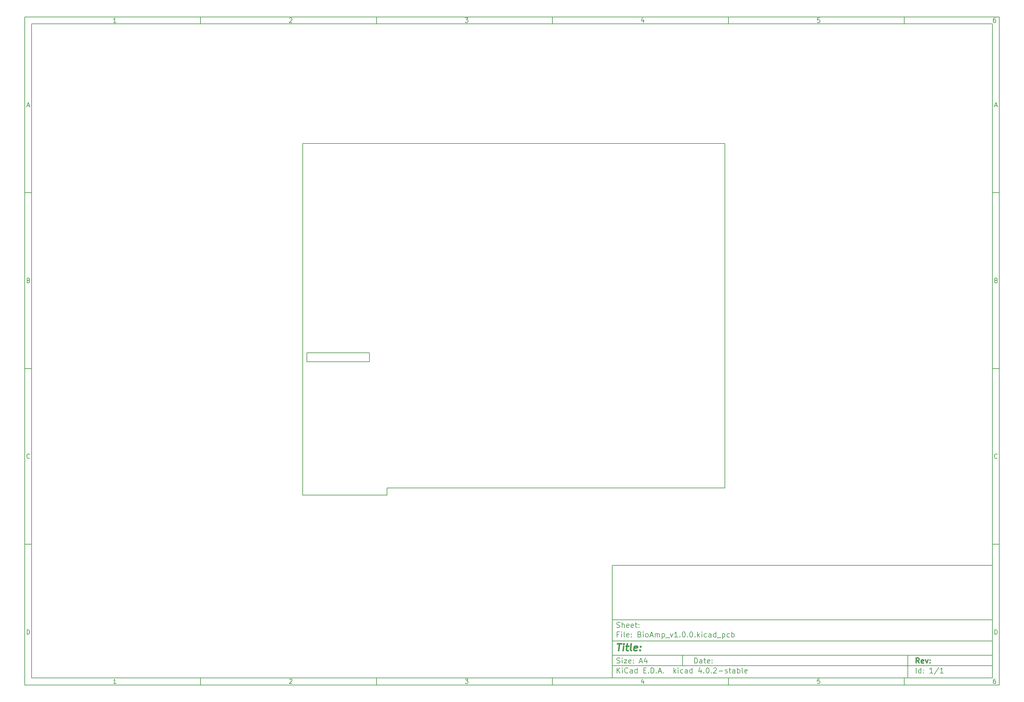
<source format=gbr>
G04 #@! TF.FileFunction,Profile,NP*
%FSLAX46Y46*%
G04 Gerber Fmt 4.6, Leading zero omitted, Abs format (unit mm)*
G04 Created by KiCad (PCBNEW 4.0.2-stable) date 18/05/2017 14:25:04*
%MOMM*%
G01*
G04 APERTURE LIST*
%ADD10C,0.100000*%
%ADD11C,0.150000*%
%ADD12C,0.300000*%
%ADD13C,0.400000*%
G04 APERTURE END LIST*
D10*
D11*
X177002200Y-166007200D02*
X177002200Y-198007200D01*
X285002200Y-198007200D01*
X285002200Y-166007200D01*
X177002200Y-166007200D01*
D10*
D11*
X10000000Y-10000000D02*
X10000000Y-200007200D01*
X287002200Y-200007200D01*
X287002200Y-10000000D01*
X10000000Y-10000000D01*
D10*
D11*
X12000000Y-12000000D02*
X12000000Y-198007200D01*
X285002200Y-198007200D01*
X285002200Y-12000000D01*
X12000000Y-12000000D01*
D10*
D11*
X60000000Y-12000000D02*
X60000000Y-10000000D01*
D10*
D11*
X110000000Y-12000000D02*
X110000000Y-10000000D01*
D10*
D11*
X160000000Y-12000000D02*
X160000000Y-10000000D01*
D10*
D11*
X210000000Y-12000000D02*
X210000000Y-10000000D01*
D10*
D11*
X260000000Y-12000000D02*
X260000000Y-10000000D01*
D10*
D11*
X35990476Y-11588095D02*
X35247619Y-11588095D01*
X35619048Y-11588095D02*
X35619048Y-10288095D01*
X35495238Y-10473810D01*
X35371429Y-10597619D01*
X35247619Y-10659524D01*
D10*
D11*
X85247619Y-10411905D02*
X85309524Y-10350000D01*
X85433333Y-10288095D01*
X85742857Y-10288095D01*
X85866667Y-10350000D01*
X85928571Y-10411905D01*
X85990476Y-10535714D01*
X85990476Y-10659524D01*
X85928571Y-10845238D01*
X85185714Y-11588095D01*
X85990476Y-11588095D01*
D10*
D11*
X135185714Y-10288095D02*
X135990476Y-10288095D01*
X135557143Y-10783333D01*
X135742857Y-10783333D01*
X135866667Y-10845238D01*
X135928571Y-10907143D01*
X135990476Y-11030952D01*
X135990476Y-11340476D01*
X135928571Y-11464286D01*
X135866667Y-11526190D01*
X135742857Y-11588095D01*
X135371429Y-11588095D01*
X135247619Y-11526190D01*
X135185714Y-11464286D01*
D10*
D11*
X185866667Y-10721429D02*
X185866667Y-11588095D01*
X185557143Y-10226190D02*
X185247619Y-11154762D01*
X186052381Y-11154762D01*
D10*
D11*
X235928571Y-10288095D02*
X235309524Y-10288095D01*
X235247619Y-10907143D01*
X235309524Y-10845238D01*
X235433333Y-10783333D01*
X235742857Y-10783333D01*
X235866667Y-10845238D01*
X235928571Y-10907143D01*
X235990476Y-11030952D01*
X235990476Y-11340476D01*
X235928571Y-11464286D01*
X235866667Y-11526190D01*
X235742857Y-11588095D01*
X235433333Y-11588095D01*
X235309524Y-11526190D01*
X235247619Y-11464286D01*
D10*
D11*
X285866667Y-10288095D02*
X285619048Y-10288095D01*
X285495238Y-10350000D01*
X285433333Y-10411905D01*
X285309524Y-10597619D01*
X285247619Y-10845238D01*
X285247619Y-11340476D01*
X285309524Y-11464286D01*
X285371429Y-11526190D01*
X285495238Y-11588095D01*
X285742857Y-11588095D01*
X285866667Y-11526190D01*
X285928571Y-11464286D01*
X285990476Y-11340476D01*
X285990476Y-11030952D01*
X285928571Y-10907143D01*
X285866667Y-10845238D01*
X285742857Y-10783333D01*
X285495238Y-10783333D01*
X285371429Y-10845238D01*
X285309524Y-10907143D01*
X285247619Y-11030952D01*
D10*
D11*
X60000000Y-198007200D02*
X60000000Y-200007200D01*
D10*
D11*
X110000000Y-198007200D02*
X110000000Y-200007200D01*
D10*
D11*
X160000000Y-198007200D02*
X160000000Y-200007200D01*
D10*
D11*
X210000000Y-198007200D02*
X210000000Y-200007200D01*
D10*
D11*
X260000000Y-198007200D02*
X260000000Y-200007200D01*
D10*
D11*
X35990476Y-199595295D02*
X35247619Y-199595295D01*
X35619048Y-199595295D02*
X35619048Y-198295295D01*
X35495238Y-198481010D01*
X35371429Y-198604819D01*
X35247619Y-198666724D01*
D10*
D11*
X85247619Y-198419105D02*
X85309524Y-198357200D01*
X85433333Y-198295295D01*
X85742857Y-198295295D01*
X85866667Y-198357200D01*
X85928571Y-198419105D01*
X85990476Y-198542914D01*
X85990476Y-198666724D01*
X85928571Y-198852438D01*
X85185714Y-199595295D01*
X85990476Y-199595295D01*
D10*
D11*
X135185714Y-198295295D02*
X135990476Y-198295295D01*
X135557143Y-198790533D01*
X135742857Y-198790533D01*
X135866667Y-198852438D01*
X135928571Y-198914343D01*
X135990476Y-199038152D01*
X135990476Y-199347676D01*
X135928571Y-199471486D01*
X135866667Y-199533390D01*
X135742857Y-199595295D01*
X135371429Y-199595295D01*
X135247619Y-199533390D01*
X135185714Y-199471486D01*
D10*
D11*
X185866667Y-198728629D02*
X185866667Y-199595295D01*
X185557143Y-198233390D02*
X185247619Y-199161962D01*
X186052381Y-199161962D01*
D10*
D11*
X235928571Y-198295295D02*
X235309524Y-198295295D01*
X235247619Y-198914343D01*
X235309524Y-198852438D01*
X235433333Y-198790533D01*
X235742857Y-198790533D01*
X235866667Y-198852438D01*
X235928571Y-198914343D01*
X235990476Y-199038152D01*
X235990476Y-199347676D01*
X235928571Y-199471486D01*
X235866667Y-199533390D01*
X235742857Y-199595295D01*
X235433333Y-199595295D01*
X235309524Y-199533390D01*
X235247619Y-199471486D01*
D10*
D11*
X285866667Y-198295295D02*
X285619048Y-198295295D01*
X285495238Y-198357200D01*
X285433333Y-198419105D01*
X285309524Y-198604819D01*
X285247619Y-198852438D01*
X285247619Y-199347676D01*
X285309524Y-199471486D01*
X285371429Y-199533390D01*
X285495238Y-199595295D01*
X285742857Y-199595295D01*
X285866667Y-199533390D01*
X285928571Y-199471486D01*
X285990476Y-199347676D01*
X285990476Y-199038152D01*
X285928571Y-198914343D01*
X285866667Y-198852438D01*
X285742857Y-198790533D01*
X285495238Y-198790533D01*
X285371429Y-198852438D01*
X285309524Y-198914343D01*
X285247619Y-199038152D01*
D10*
D11*
X10000000Y-60000000D02*
X12000000Y-60000000D01*
D10*
D11*
X10000000Y-110000000D02*
X12000000Y-110000000D01*
D10*
D11*
X10000000Y-160000000D02*
X12000000Y-160000000D01*
D10*
D11*
X10690476Y-35216667D02*
X11309524Y-35216667D01*
X10566667Y-35588095D02*
X11000000Y-34288095D01*
X11433333Y-35588095D01*
D10*
D11*
X11092857Y-84907143D02*
X11278571Y-84969048D01*
X11340476Y-85030952D01*
X11402381Y-85154762D01*
X11402381Y-85340476D01*
X11340476Y-85464286D01*
X11278571Y-85526190D01*
X11154762Y-85588095D01*
X10659524Y-85588095D01*
X10659524Y-84288095D01*
X11092857Y-84288095D01*
X11216667Y-84350000D01*
X11278571Y-84411905D01*
X11340476Y-84535714D01*
X11340476Y-84659524D01*
X11278571Y-84783333D01*
X11216667Y-84845238D01*
X11092857Y-84907143D01*
X10659524Y-84907143D01*
D10*
D11*
X11402381Y-135464286D02*
X11340476Y-135526190D01*
X11154762Y-135588095D01*
X11030952Y-135588095D01*
X10845238Y-135526190D01*
X10721429Y-135402381D01*
X10659524Y-135278571D01*
X10597619Y-135030952D01*
X10597619Y-134845238D01*
X10659524Y-134597619D01*
X10721429Y-134473810D01*
X10845238Y-134350000D01*
X11030952Y-134288095D01*
X11154762Y-134288095D01*
X11340476Y-134350000D01*
X11402381Y-134411905D01*
D10*
D11*
X10659524Y-185588095D02*
X10659524Y-184288095D01*
X10969048Y-184288095D01*
X11154762Y-184350000D01*
X11278571Y-184473810D01*
X11340476Y-184597619D01*
X11402381Y-184845238D01*
X11402381Y-185030952D01*
X11340476Y-185278571D01*
X11278571Y-185402381D01*
X11154762Y-185526190D01*
X10969048Y-185588095D01*
X10659524Y-185588095D01*
D10*
D11*
X287002200Y-60000000D02*
X285002200Y-60000000D01*
D10*
D11*
X287002200Y-110000000D02*
X285002200Y-110000000D01*
D10*
D11*
X287002200Y-160000000D02*
X285002200Y-160000000D01*
D10*
D11*
X285692676Y-35216667D02*
X286311724Y-35216667D01*
X285568867Y-35588095D02*
X286002200Y-34288095D01*
X286435533Y-35588095D01*
D10*
D11*
X286095057Y-84907143D02*
X286280771Y-84969048D01*
X286342676Y-85030952D01*
X286404581Y-85154762D01*
X286404581Y-85340476D01*
X286342676Y-85464286D01*
X286280771Y-85526190D01*
X286156962Y-85588095D01*
X285661724Y-85588095D01*
X285661724Y-84288095D01*
X286095057Y-84288095D01*
X286218867Y-84350000D01*
X286280771Y-84411905D01*
X286342676Y-84535714D01*
X286342676Y-84659524D01*
X286280771Y-84783333D01*
X286218867Y-84845238D01*
X286095057Y-84907143D01*
X285661724Y-84907143D01*
D10*
D11*
X286404581Y-135464286D02*
X286342676Y-135526190D01*
X286156962Y-135588095D01*
X286033152Y-135588095D01*
X285847438Y-135526190D01*
X285723629Y-135402381D01*
X285661724Y-135278571D01*
X285599819Y-135030952D01*
X285599819Y-134845238D01*
X285661724Y-134597619D01*
X285723629Y-134473810D01*
X285847438Y-134350000D01*
X286033152Y-134288095D01*
X286156962Y-134288095D01*
X286342676Y-134350000D01*
X286404581Y-134411905D01*
D10*
D11*
X285661724Y-185588095D02*
X285661724Y-184288095D01*
X285971248Y-184288095D01*
X286156962Y-184350000D01*
X286280771Y-184473810D01*
X286342676Y-184597619D01*
X286404581Y-184845238D01*
X286404581Y-185030952D01*
X286342676Y-185278571D01*
X286280771Y-185402381D01*
X286156962Y-185526190D01*
X285971248Y-185588095D01*
X285661724Y-185588095D01*
D10*
D11*
X200359343Y-193785771D02*
X200359343Y-192285771D01*
X200716486Y-192285771D01*
X200930771Y-192357200D01*
X201073629Y-192500057D01*
X201145057Y-192642914D01*
X201216486Y-192928629D01*
X201216486Y-193142914D01*
X201145057Y-193428629D01*
X201073629Y-193571486D01*
X200930771Y-193714343D01*
X200716486Y-193785771D01*
X200359343Y-193785771D01*
X202502200Y-193785771D02*
X202502200Y-193000057D01*
X202430771Y-192857200D01*
X202287914Y-192785771D01*
X202002200Y-192785771D01*
X201859343Y-192857200D01*
X202502200Y-193714343D02*
X202359343Y-193785771D01*
X202002200Y-193785771D01*
X201859343Y-193714343D01*
X201787914Y-193571486D01*
X201787914Y-193428629D01*
X201859343Y-193285771D01*
X202002200Y-193214343D01*
X202359343Y-193214343D01*
X202502200Y-193142914D01*
X203002200Y-192785771D02*
X203573629Y-192785771D01*
X203216486Y-192285771D02*
X203216486Y-193571486D01*
X203287914Y-193714343D01*
X203430772Y-193785771D01*
X203573629Y-193785771D01*
X204645057Y-193714343D02*
X204502200Y-193785771D01*
X204216486Y-193785771D01*
X204073629Y-193714343D01*
X204002200Y-193571486D01*
X204002200Y-193000057D01*
X204073629Y-192857200D01*
X204216486Y-192785771D01*
X204502200Y-192785771D01*
X204645057Y-192857200D01*
X204716486Y-193000057D01*
X204716486Y-193142914D01*
X204002200Y-193285771D01*
X205359343Y-193642914D02*
X205430771Y-193714343D01*
X205359343Y-193785771D01*
X205287914Y-193714343D01*
X205359343Y-193642914D01*
X205359343Y-193785771D01*
X205359343Y-192857200D02*
X205430771Y-192928629D01*
X205359343Y-193000057D01*
X205287914Y-192928629D01*
X205359343Y-192857200D01*
X205359343Y-193000057D01*
D10*
D11*
X177002200Y-194507200D02*
X285002200Y-194507200D01*
D10*
D11*
X178359343Y-196585771D02*
X178359343Y-195085771D01*
X179216486Y-196585771D02*
X178573629Y-195728629D01*
X179216486Y-195085771D02*
X178359343Y-195942914D01*
X179859343Y-196585771D02*
X179859343Y-195585771D01*
X179859343Y-195085771D02*
X179787914Y-195157200D01*
X179859343Y-195228629D01*
X179930771Y-195157200D01*
X179859343Y-195085771D01*
X179859343Y-195228629D01*
X181430772Y-196442914D02*
X181359343Y-196514343D01*
X181145057Y-196585771D01*
X181002200Y-196585771D01*
X180787915Y-196514343D01*
X180645057Y-196371486D01*
X180573629Y-196228629D01*
X180502200Y-195942914D01*
X180502200Y-195728629D01*
X180573629Y-195442914D01*
X180645057Y-195300057D01*
X180787915Y-195157200D01*
X181002200Y-195085771D01*
X181145057Y-195085771D01*
X181359343Y-195157200D01*
X181430772Y-195228629D01*
X182716486Y-196585771D02*
X182716486Y-195800057D01*
X182645057Y-195657200D01*
X182502200Y-195585771D01*
X182216486Y-195585771D01*
X182073629Y-195657200D01*
X182716486Y-196514343D02*
X182573629Y-196585771D01*
X182216486Y-196585771D01*
X182073629Y-196514343D01*
X182002200Y-196371486D01*
X182002200Y-196228629D01*
X182073629Y-196085771D01*
X182216486Y-196014343D01*
X182573629Y-196014343D01*
X182716486Y-195942914D01*
X184073629Y-196585771D02*
X184073629Y-195085771D01*
X184073629Y-196514343D02*
X183930772Y-196585771D01*
X183645058Y-196585771D01*
X183502200Y-196514343D01*
X183430772Y-196442914D01*
X183359343Y-196300057D01*
X183359343Y-195871486D01*
X183430772Y-195728629D01*
X183502200Y-195657200D01*
X183645058Y-195585771D01*
X183930772Y-195585771D01*
X184073629Y-195657200D01*
X185930772Y-195800057D02*
X186430772Y-195800057D01*
X186645058Y-196585771D02*
X185930772Y-196585771D01*
X185930772Y-195085771D01*
X186645058Y-195085771D01*
X187287915Y-196442914D02*
X187359343Y-196514343D01*
X187287915Y-196585771D01*
X187216486Y-196514343D01*
X187287915Y-196442914D01*
X187287915Y-196585771D01*
X188002201Y-196585771D02*
X188002201Y-195085771D01*
X188359344Y-195085771D01*
X188573629Y-195157200D01*
X188716487Y-195300057D01*
X188787915Y-195442914D01*
X188859344Y-195728629D01*
X188859344Y-195942914D01*
X188787915Y-196228629D01*
X188716487Y-196371486D01*
X188573629Y-196514343D01*
X188359344Y-196585771D01*
X188002201Y-196585771D01*
X189502201Y-196442914D02*
X189573629Y-196514343D01*
X189502201Y-196585771D01*
X189430772Y-196514343D01*
X189502201Y-196442914D01*
X189502201Y-196585771D01*
X190145058Y-196157200D02*
X190859344Y-196157200D01*
X190002201Y-196585771D02*
X190502201Y-195085771D01*
X191002201Y-196585771D01*
X191502201Y-196442914D02*
X191573629Y-196514343D01*
X191502201Y-196585771D01*
X191430772Y-196514343D01*
X191502201Y-196442914D01*
X191502201Y-196585771D01*
X194502201Y-196585771D02*
X194502201Y-195085771D01*
X194645058Y-196014343D02*
X195073629Y-196585771D01*
X195073629Y-195585771D02*
X194502201Y-196157200D01*
X195716487Y-196585771D02*
X195716487Y-195585771D01*
X195716487Y-195085771D02*
X195645058Y-195157200D01*
X195716487Y-195228629D01*
X195787915Y-195157200D01*
X195716487Y-195085771D01*
X195716487Y-195228629D01*
X197073630Y-196514343D02*
X196930773Y-196585771D01*
X196645059Y-196585771D01*
X196502201Y-196514343D01*
X196430773Y-196442914D01*
X196359344Y-196300057D01*
X196359344Y-195871486D01*
X196430773Y-195728629D01*
X196502201Y-195657200D01*
X196645059Y-195585771D01*
X196930773Y-195585771D01*
X197073630Y-195657200D01*
X198359344Y-196585771D02*
X198359344Y-195800057D01*
X198287915Y-195657200D01*
X198145058Y-195585771D01*
X197859344Y-195585771D01*
X197716487Y-195657200D01*
X198359344Y-196514343D02*
X198216487Y-196585771D01*
X197859344Y-196585771D01*
X197716487Y-196514343D01*
X197645058Y-196371486D01*
X197645058Y-196228629D01*
X197716487Y-196085771D01*
X197859344Y-196014343D01*
X198216487Y-196014343D01*
X198359344Y-195942914D01*
X199716487Y-196585771D02*
X199716487Y-195085771D01*
X199716487Y-196514343D02*
X199573630Y-196585771D01*
X199287916Y-196585771D01*
X199145058Y-196514343D01*
X199073630Y-196442914D01*
X199002201Y-196300057D01*
X199002201Y-195871486D01*
X199073630Y-195728629D01*
X199145058Y-195657200D01*
X199287916Y-195585771D01*
X199573630Y-195585771D01*
X199716487Y-195657200D01*
X202216487Y-195585771D02*
X202216487Y-196585771D01*
X201859344Y-195014343D02*
X201502201Y-196085771D01*
X202430773Y-196085771D01*
X203002201Y-196442914D02*
X203073629Y-196514343D01*
X203002201Y-196585771D01*
X202930772Y-196514343D01*
X203002201Y-196442914D01*
X203002201Y-196585771D01*
X204002201Y-195085771D02*
X204145058Y-195085771D01*
X204287915Y-195157200D01*
X204359344Y-195228629D01*
X204430773Y-195371486D01*
X204502201Y-195657200D01*
X204502201Y-196014343D01*
X204430773Y-196300057D01*
X204359344Y-196442914D01*
X204287915Y-196514343D01*
X204145058Y-196585771D01*
X204002201Y-196585771D01*
X203859344Y-196514343D01*
X203787915Y-196442914D01*
X203716487Y-196300057D01*
X203645058Y-196014343D01*
X203645058Y-195657200D01*
X203716487Y-195371486D01*
X203787915Y-195228629D01*
X203859344Y-195157200D01*
X204002201Y-195085771D01*
X205145058Y-196442914D02*
X205216486Y-196514343D01*
X205145058Y-196585771D01*
X205073629Y-196514343D01*
X205145058Y-196442914D01*
X205145058Y-196585771D01*
X205787915Y-195228629D02*
X205859344Y-195157200D01*
X206002201Y-195085771D01*
X206359344Y-195085771D01*
X206502201Y-195157200D01*
X206573630Y-195228629D01*
X206645058Y-195371486D01*
X206645058Y-195514343D01*
X206573630Y-195728629D01*
X205716487Y-196585771D01*
X206645058Y-196585771D01*
X207287915Y-196014343D02*
X208430772Y-196014343D01*
X209073629Y-196514343D02*
X209216486Y-196585771D01*
X209502201Y-196585771D01*
X209645058Y-196514343D01*
X209716486Y-196371486D01*
X209716486Y-196300057D01*
X209645058Y-196157200D01*
X209502201Y-196085771D01*
X209287915Y-196085771D01*
X209145058Y-196014343D01*
X209073629Y-195871486D01*
X209073629Y-195800057D01*
X209145058Y-195657200D01*
X209287915Y-195585771D01*
X209502201Y-195585771D01*
X209645058Y-195657200D01*
X210145058Y-195585771D02*
X210716487Y-195585771D01*
X210359344Y-195085771D02*
X210359344Y-196371486D01*
X210430772Y-196514343D01*
X210573630Y-196585771D01*
X210716487Y-196585771D01*
X211859344Y-196585771D02*
X211859344Y-195800057D01*
X211787915Y-195657200D01*
X211645058Y-195585771D01*
X211359344Y-195585771D01*
X211216487Y-195657200D01*
X211859344Y-196514343D02*
X211716487Y-196585771D01*
X211359344Y-196585771D01*
X211216487Y-196514343D01*
X211145058Y-196371486D01*
X211145058Y-196228629D01*
X211216487Y-196085771D01*
X211359344Y-196014343D01*
X211716487Y-196014343D01*
X211859344Y-195942914D01*
X212573630Y-196585771D02*
X212573630Y-195085771D01*
X212573630Y-195657200D02*
X212716487Y-195585771D01*
X213002201Y-195585771D01*
X213145058Y-195657200D01*
X213216487Y-195728629D01*
X213287916Y-195871486D01*
X213287916Y-196300057D01*
X213216487Y-196442914D01*
X213145058Y-196514343D01*
X213002201Y-196585771D01*
X212716487Y-196585771D01*
X212573630Y-196514343D01*
X214145059Y-196585771D02*
X214002201Y-196514343D01*
X213930773Y-196371486D01*
X213930773Y-195085771D01*
X215287915Y-196514343D02*
X215145058Y-196585771D01*
X214859344Y-196585771D01*
X214716487Y-196514343D01*
X214645058Y-196371486D01*
X214645058Y-195800057D01*
X214716487Y-195657200D01*
X214859344Y-195585771D01*
X215145058Y-195585771D01*
X215287915Y-195657200D01*
X215359344Y-195800057D01*
X215359344Y-195942914D01*
X214645058Y-196085771D01*
D10*
D11*
X177002200Y-191507200D02*
X285002200Y-191507200D01*
D10*
D12*
X264216486Y-193785771D02*
X263716486Y-193071486D01*
X263359343Y-193785771D02*
X263359343Y-192285771D01*
X263930771Y-192285771D01*
X264073629Y-192357200D01*
X264145057Y-192428629D01*
X264216486Y-192571486D01*
X264216486Y-192785771D01*
X264145057Y-192928629D01*
X264073629Y-193000057D01*
X263930771Y-193071486D01*
X263359343Y-193071486D01*
X265430771Y-193714343D02*
X265287914Y-193785771D01*
X265002200Y-193785771D01*
X264859343Y-193714343D01*
X264787914Y-193571486D01*
X264787914Y-193000057D01*
X264859343Y-192857200D01*
X265002200Y-192785771D01*
X265287914Y-192785771D01*
X265430771Y-192857200D01*
X265502200Y-193000057D01*
X265502200Y-193142914D01*
X264787914Y-193285771D01*
X266002200Y-192785771D02*
X266359343Y-193785771D01*
X266716485Y-192785771D01*
X267287914Y-193642914D02*
X267359342Y-193714343D01*
X267287914Y-193785771D01*
X267216485Y-193714343D01*
X267287914Y-193642914D01*
X267287914Y-193785771D01*
X267287914Y-192857200D02*
X267359342Y-192928629D01*
X267287914Y-193000057D01*
X267216485Y-192928629D01*
X267287914Y-192857200D01*
X267287914Y-193000057D01*
D10*
D11*
X178287914Y-193714343D02*
X178502200Y-193785771D01*
X178859343Y-193785771D01*
X179002200Y-193714343D01*
X179073629Y-193642914D01*
X179145057Y-193500057D01*
X179145057Y-193357200D01*
X179073629Y-193214343D01*
X179002200Y-193142914D01*
X178859343Y-193071486D01*
X178573629Y-193000057D01*
X178430771Y-192928629D01*
X178359343Y-192857200D01*
X178287914Y-192714343D01*
X178287914Y-192571486D01*
X178359343Y-192428629D01*
X178430771Y-192357200D01*
X178573629Y-192285771D01*
X178930771Y-192285771D01*
X179145057Y-192357200D01*
X179787914Y-193785771D02*
X179787914Y-192785771D01*
X179787914Y-192285771D02*
X179716485Y-192357200D01*
X179787914Y-192428629D01*
X179859342Y-192357200D01*
X179787914Y-192285771D01*
X179787914Y-192428629D01*
X180359343Y-192785771D02*
X181145057Y-192785771D01*
X180359343Y-193785771D01*
X181145057Y-193785771D01*
X182287914Y-193714343D02*
X182145057Y-193785771D01*
X181859343Y-193785771D01*
X181716486Y-193714343D01*
X181645057Y-193571486D01*
X181645057Y-193000057D01*
X181716486Y-192857200D01*
X181859343Y-192785771D01*
X182145057Y-192785771D01*
X182287914Y-192857200D01*
X182359343Y-193000057D01*
X182359343Y-193142914D01*
X181645057Y-193285771D01*
X183002200Y-193642914D02*
X183073628Y-193714343D01*
X183002200Y-193785771D01*
X182930771Y-193714343D01*
X183002200Y-193642914D01*
X183002200Y-193785771D01*
X183002200Y-192857200D02*
X183073628Y-192928629D01*
X183002200Y-193000057D01*
X182930771Y-192928629D01*
X183002200Y-192857200D01*
X183002200Y-193000057D01*
X184787914Y-193357200D02*
X185502200Y-193357200D01*
X184645057Y-193785771D02*
X185145057Y-192285771D01*
X185645057Y-193785771D01*
X186787914Y-192785771D02*
X186787914Y-193785771D01*
X186430771Y-192214343D02*
X186073628Y-193285771D01*
X187002200Y-193285771D01*
D10*
D11*
X263359343Y-196585771D02*
X263359343Y-195085771D01*
X264716486Y-196585771D02*
X264716486Y-195085771D01*
X264716486Y-196514343D02*
X264573629Y-196585771D01*
X264287915Y-196585771D01*
X264145057Y-196514343D01*
X264073629Y-196442914D01*
X264002200Y-196300057D01*
X264002200Y-195871486D01*
X264073629Y-195728629D01*
X264145057Y-195657200D01*
X264287915Y-195585771D01*
X264573629Y-195585771D01*
X264716486Y-195657200D01*
X265430772Y-196442914D02*
X265502200Y-196514343D01*
X265430772Y-196585771D01*
X265359343Y-196514343D01*
X265430772Y-196442914D01*
X265430772Y-196585771D01*
X265430772Y-195657200D02*
X265502200Y-195728629D01*
X265430772Y-195800057D01*
X265359343Y-195728629D01*
X265430772Y-195657200D01*
X265430772Y-195800057D01*
X268073629Y-196585771D02*
X267216486Y-196585771D01*
X267645058Y-196585771D02*
X267645058Y-195085771D01*
X267502201Y-195300057D01*
X267359343Y-195442914D01*
X267216486Y-195514343D01*
X269787914Y-195014343D02*
X268502200Y-196942914D01*
X271073629Y-196585771D02*
X270216486Y-196585771D01*
X270645058Y-196585771D02*
X270645058Y-195085771D01*
X270502201Y-195300057D01*
X270359343Y-195442914D01*
X270216486Y-195514343D01*
D10*
D11*
X177002200Y-187507200D02*
X285002200Y-187507200D01*
D10*
D13*
X178454581Y-188211962D02*
X179597438Y-188211962D01*
X178776010Y-190211962D02*
X179026010Y-188211962D01*
X180014105Y-190211962D02*
X180180771Y-188878629D01*
X180264105Y-188211962D02*
X180156962Y-188307200D01*
X180240295Y-188402438D01*
X180347439Y-188307200D01*
X180264105Y-188211962D01*
X180240295Y-188402438D01*
X180847438Y-188878629D02*
X181609343Y-188878629D01*
X181216486Y-188211962D02*
X181002200Y-189926248D01*
X181073630Y-190116724D01*
X181252201Y-190211962D01*
X181442677Y-190211962D01*
X182395058Y-190211962D02*
X182216487Y-190116724D01*
X182145057Y-189926248D01*
X182359343Y-188211962D01*
X183930772Y-190116724D02*
X183728391Y-190211962D01*
X183347439Y-190211962D01*
X183168867Y-190116724D01*
X183097438Y-189926248D01*
X183192676Y-189164343D01*
X183311724Y-188973867D01*
X183514105Y-188878629D01*
X183895057Y-188878629D01*
X184073629Y-188973867D01*
X184145057Y-189164343D01*
X184121248Y-189354819D01*
X183145057Y-189545295D01*
X184895057Y-190021486D02*
X184978392Y-190116724D01*
X184871248Y-190211962D01*
X184787915Y-190116724D01*
X184895057Y-190021486D01*
X184871248Y-190211962D01*
X185026010Y-188973867D02*
X185109344Y-189069105D01*
X185002200Y-189164343D01*
X184918867Y-189069105D01*
X185026010Y-188973867D01*
X185002200Y-189164343D01*
D10*
D11*
X178859343Y-185600057D02*
X178359343Y-185600057D01*
X178359343Y-186385771D02*
X178359343Y-184885771D01*
X179073629Y-184885771D01*
X179645057Y-186385771D02*
X179645057Y-185385771D01*
X179645057Y-184885771D02*
X179573628Y-184957200D01*
X179645057Y-185028629D01*
X179716485Y-184957200D01*
X179645057Y-184885771D01*
X179645057Y-185028629D01*
X180573629Y-186385771D02*
X180430771Y-186314343D01*
X180359343Y-186171486D01*
X180359343Y-184885771D01*
X181716485Y-186314343D02*
X181573628Y-186385771D01*
X181287914Y-186385771D01*
X181145057Y-186314343D01*
X181073628Y-186171486D01*
X181073628Y-185600057D01*
X181145057Y-185457200D01*
X181287914Y-185385771D01*
X181573628Y-185385771D01*
X181716485Y-185457200D01*
X181787914Y-185600057D01*
X181787914Y-185742914D01*
X181073628Y-185885771D01*
X182430771Y-186242914D02*
X182502199Y-186314343D01*
X182430771Y-186385771D01*
X182359342Y-186314343D01*
X182430771Y-186242914D01*
X182430771Y-186385771D01*
X182430771Y-185457200D02*
X182502199Y-185528629D01*
X182430771Y-185600057D01*
X182359342Y-185528629D01*
X182430771Y-185457200D01*
X182430771Y-185600057D01*
X184787914Y-185600057D02*
X185002200Y-185671486D01*
X185073628Y-185742914D01*
X185145057Y-185885771D01*
X185145057Y-186100057D01*
X185073628Y-186242914D01*
X185002200Y-186314343D01*
X184859342Y-186385771D01*
X184287914Y-186385771D01*
X184287914Y-184885771D01*
X184787914Y-184885771D01*
X184930771Y-184957200D01*
X185002200Y-185028629D01*
X185073628Y-185171486D01*
X185073628Y-185314343D01*
X185002200Y-185457200D01*
X184930771Y-185528629D01*
X184787914Y-185600057D01*
X184287914Y-185600057D01*
X185787914Y-186385771D02*
X185787914Y-185385771D01*
X185787914Y-184885771D02*
X185716485Y-184957200D01*
X185787914Y-185028629D01*
X185859342Y-184957200D01*
X185787914Y-184885771D01*
X185787914Y-185028629D01*
X186716486Y-186385771D02*
X186573628Y-186314343D01*
X186502200Y-186242914D01*
X186430771Y-186100057D01*
X186430771Y-185671486D01*
X186502200Y-185528629D01*
X186573628Y-185457200D01*
X186716486Y-185385771D01*
X186930771Y-185385771D01*
X187073628Y-185457200D01*
X187145057Y-185528629D01*
X187216486Y-185671486D01*
X187216486Y-186100057D01*
X187145057Y-186242914D01*
X187073628Y-186314343D01*
X186930771Y-186385771D01*
X186716486Y-186385771D01*
X187787914Y-185957200D02*
X188502200Y-185957200D01*
X187645057Y-186385771D02*
X188145057Y-184885771D01*
X188645057Y-186385771D01*
X189145057Y-186385771D02*
X189145057Y-185385771D01*
X189145057Y-185528629D02*
X189216485Y-185457200D01*
X189359343Y-185385771D01*
X189573628Y-185385771D01*
X189716485Y-185457200D01*
X189787914Y-185600057D01*
X189787914Y-186385771D01*
X189787914Y-185600057D02*
X189859343Y-185457200D01*
X190002200Y-185385771D01*
X190216485Y-185385771D01*
X190359343Y-185457200D01*
X190430771Y-185600057D01*
X190430771Y-186385771D01*
X191145057Y-185385771D02*
X191145057Y-186885771D01*
X191145057Y-185457200D02*
X191287914Y-185385771D01*
X191573628Y-185385771D01*
X191716485Y-185457200D01*
X191787914Y-185528629D01*
X191859343Y-185671486D01*
X191859343Y-186100057D01*
X191787914Y-186242914D01*
X191716485Y-186314343D01*
X191573628Y-186385771D01*
X191287914Y-186385771D01*
X191145057Y-186314343D01*
X192145057Y-186528629D02*
X193287914Y-186528629D01*
X193502200Y-185385771D02*
X193859343Y-186385771D01*
X194216485Y-185385771D01*
X195573628Y-186385771D02*
X194716485Y-186385771D01*
X195145057Y-186385771D02*
X195145057Y-184885771D01*
X195002200Y-185100057D01*
X194859342Y-185242914D01*
X194716485Y-185314343D01*
X196216485Y-186242914D02*
X196287913Y-186314343D01*
X196216485Y-186385771D01*
X196145056Y-186314343D01*
X196216485Y-186242914D01*
X196216485Y-186385771D01*
X197216485Y-184885771D02*
X197359342Y-184885771D01*
X197502199Y-184957200D01*
X197573628Y-185028629D01*
X197645057Y-185171486D01*
X197716485Y-185457200D01*
X197716485Y-185814343D01*
X197645057Y-186100057D01*
X197573628Y-186242914D01*
X197502199Y-186314343D01*
X197359342Y-186385771D01*
X197216485Y-186385771D01*
X197073628Y-186314343D01*
X197002199Y-186242914D01*
X196930771Y-186100057D01*
X196859342Y-185814343D01*
X196859342Y-185457200D01*
X196930771Y-185171486D01*
X197002199Y-185028629D01*
X197073628Y-184957200D01*
X197216485Y-184885771D01*
X198359342Y-186242914D02*
X198430770Y-186314343D01*
X198359342Y-186385771D01*
X198287913Y-186314343D01*
X198359342Y-186242914D01*
X198359342Y-186385771D01*
X199359342Y-184885771D02*
X199502199Y-184885771D01*
X199645056Y-184957200D01*
X199716485Y-185028629D01*
X199787914Y-185171486D01*
X199859342Y-185457200D01*
X199859342Y-185814343D01*
X199787914Y-186100057D01*
X199716485Y-186242914D01*
X199645056Y-186314343D01*
X199502199Y-186385771D01*
X199359342Y-186385771D01*
X199216485Y-186314343D01*
X199145056Y-186242914D01*
X199073628Y-186100057D01*
X199002199Y-185814343D01*
X199002199Y-185457200D01*
X199073628Y-185171486D01*
X199145056Y-185028629D01*
X199216485Y-184957200D01*
X199359342Y-184885771D01*
X200502199Y-186242914D02*
X200573627Y-186314343D01*
X200502199Y-186385771D01*
X200430770Y-186314343D01*
X200502199Y-186242914D01*
X200502199Y-186385771D01*
X201216485Y-186385771D02*
X201216485Y-184885771D01*
X201359342Y-185814343D02*
X201787913Y-186385771D01*
X201787913Y-185385771D02*
X201216485Y-185957200D01*
X202430771Y-186385771D02*
X202430771Y-185385771D01*
X202430771Y-184885771D02*
X202359342Y-184957200D01*
X202430771Y-185028629D01*
X202502199Y-184957200D01*
X202430771Y-184885771D01*
X202430771Y-185028629D01*
X203787914Y-186314343D02*
X203645057Y-186385771D01*
X203359343Y-186385771D01*
X203216485Y-186314343D01*
X203145057Y-186242914D01*
X203073628Y-186100057D01*
X203073628Y-185671486D01*
X203145057Y-185528629D01*
X203216485Y-185457200D01*
X203359343Y-185385771D01*
X203645057Y-185385771D01*
X203787914Y-185457200D01*
X205073628Y-186385771D02*
X205073628Y-185600057D01*
X205002199Y-185457200D01*
X204859342Y-185385771D01*
X204573628Y-185385771D01*
X204430771Y-185457200D01*
X205073628Y-186314343D02*
X204930771Y-186385771D01*
X204573628Y-186385771D01*
X204430771Y-186314343D01*
X204359342Y-186171486D01*
X204359342Y-186028629D01*
X204430771Y-185885771D01*
X204573628Y-185814343D01*
X204930771Y-185814343D01*
X205073628Y-185742914D01*
X206430771Y-186385771D02*
X206430771Y-184885771D01*
X206430771Y-186314343D02*
X206287914Y-186385771D01*
X206002200Y-186385771D01*
X205859342Y-186314343D01*
X205787914Y-186242914D01*
X205716485Y-186100057D01*
X205716485Y-185671486D01*
X205787914Y-185528629D01*
X205859342Y-185457200D01*
X206002200Y-185385771D01*
X206287914Y-185385771D01*
X206430771Y-185457200D01*
X206787914Y-186528629D02*
X207930771Y-186528629D01*
X208287914Y-185385771D02*
X208287914Y-186885771D01*
X208287914Y-185457200D02*
X208430771Y-185385771D01*
X208716485Y-185385771D01*
X208859342Y-185457200D01*
X208930771Y-185528629D01*
X209002200Y-185671486D01*
X209002200Y-186100057D01*
X208930771Y-186242914D01*
X208859342Y-186314343D01*
X208716485Y-186385771D01*
X208430771Y-186385771D01*
X208287914Y-186314343D01*
X210287914Y-186314343D02*
X210145057Y-186385771D01*
X209859343Y-186385771D01*
X209716485Y-186314343D01*
X209645057Y-186242914D01*
X209573628Y-186100057D01*
X209573628Y-185671486D01*
X209645057Y-185528629D01*
X209716485Y-185457200D01*
X209859343Y-185385771D01*
X210145057Y-185385771D01*
X210287914Y-185457200D01*
X210930771Y-186385771D02*
X210930771Y-184885771D01*
X210930771Y-185457200D02*
X211073628Y-185385771D01*
X211359342Y-185385771D01*
X211502199Y-185457200D01*
X211573628Y-185528629D01*
X211645057Y-185671486D01*
X211645057Y-186100057D01*
X211573628Y-186242914D01*
X211502199Y-186314343D01*
X211359342Y-186385771D01*
X211073628Y-186385771D01*
X210930771Y-186314343D01*
D10*
D11*
X177002200Y-181507200D02*
X285002200Y-181507200D01*
D10*
D11*
X178287914Y-183614343D02*
X178502200Y-183685771D01*
X178859343Y-183685771D01*
X179002200Y-183614343D01*
X179073629Y-183542914D01*
X179145057Y-183400057D01*
X179145057Y-183257200D01*
X179073629Y-183114343D01*
X179002200Y-183042914D01*
X178859343Y-182971486D01*
X178573629Y-182900057D01*
X178430771Y-182828629D01*
X178359343Y-182757200D01*
X178287914Y-182614343D01*
X178287914Y-182471486D01*
X178359343Y-182328629D01*
X178430771Y-182257200D01*
X178573629Y-182185771D01*
X178930771Y-182185771D01*
X179145057Y-182257200D01*
X179787914Y-183685771D02*
X179787914Y-182185771D01*
X180430771Y-183685771D02*
X180430771Y-182900057D01*
X180359342Y-182757200D01*
X180216485Y-182685771D01*
X180002200Y-182685771D01*
X179859342Y-182757200D01*
X179787914Y-182828629D01*
X181716485Y-183614343D02*
X181573628Y-183685771D01*
X181287914Y-183685771D01*
X181145057Y-183614343D01*
X181073628Y-183471486D01*
X181073628Y-182900057D01*
X181145057Y-182757200D01*
X181287914Y-182685771D01*
X181573628Y-182685771D01*
X181716485Y-182757200D01*
X181787914Y-182900057D01*
X181787914Y-183042914D01*
X181073628Y-183185771D01*
X183002199Y-183614343D02*
X182859342Y-183685771D01*
X182573628Y-183685771D01*
X182430771Y-183614343D01*
X182359342Y-183471486D01*
X182359342Y-182900057D01*
X182430771Y-182757200D01*
X182573628Y-182685771D01*
X182859342Y-182685771D01*
X183002199Y-182757200D01*
X183073628Y-182900057D01*
X183073628Y-183042914D01*
X182359342Y-183185771D01*
X183502199Y-182685771D02*
X184073628Y-182685771D01*
X183716485Y-182185771D02*
X183716485Y-183471486D01*
X183787913Y-183614343D01*
X183930771Y-183685771D01*
X184073628Y-183685771D01*
X184573628Y-183542914D02*
X184645056Y-183614343D01*
X184573628Y-183685771D01*
X184502199Y-183614343D01*
X184573628Y-183542914D01*
X184573628Y-183685771D01*
X184573628Y-182757200D02*
X184645056Y-182828629D01*
X184573628Y-182900057D01*
X184502199Y-182828629D01*
X184573628Y-182757200D01*
X184573628Y-182900057D01*
D10*
D11*
X197002200Y-191507200D02*
X197002200Y-194507200D01*
D10*
D11*
X261002200Y-191507200D02*
X261002200Y-198007200D01*
X113000000Y-146000000D02*
X89000000Y-146000000D01*
X209000000Y-144000000D02*
X209000000Y-46000000D01*
X113000000Y-144000000D02*
X113000000Y-146000000D01*
X209000000Y-144000000D02*
X113000000Y-144000000D01*
X89000000Y-146000000D02*
X89000000Y-46000000D01*
X209000000Y-46000000D02*
X89000000Y-46000000D01*
X90170000Y-108045000D02*
X90170000Y-105505000D01*
X107950000Y-108045000D02*
X90170000Y-108045000D01*
X107950000Y-105505000D02*
X107950000Y-108045000D01*
X90170000Y-105505000D02*
X107950000Y-105505000D01*
M02*

</source>
